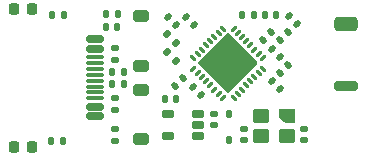
<source format=gtp>
G04 #@! TF.GenerationSoftware,KiCad,Pcbnew,7.0.9*
G04 #@! TF.CreationDate,2024-05-28T21:08:52+09:00*
G04 #@! TF.ProjectId,Geekble_Mini_ESP32C3,4765656b-626c-4655-9f4d-696e695f4553,1*
G04 #@! TF.SameCoordinates,Original*
G04 #@! TF.FileFunction,Paste,Top*
G04 #@! TF.FilePolarity,Positive*
%FSLAX46Y46*%
G04 Gerber Fmt 4.6, Leading zero omitted, Abs format (unit mm)*
G04 Created by KiCad (PCBNEW 7.0.9) date 2024-05-28 21:08:52*
%MOMM*%
%LPD*%
G01*
G04 APERTURE LIST*
G04 Aperture macros list*
%AMRoundRect*
0 Rectangle with rounded corners*
0 $1 Rounding radius*
0 $2 $3 $4 $5 $6 $7 $8 $9 X,Y pos of 4 corners*
0 Add a 4 corners polygon primitive as box body*
4,1,4,$2,$3,$4,$5,$6,$7,$8,$9,$2,$3,0*
0 Add four circle primitives for the rounded corners*
1,1,$1+$1,$2,$3*
1,1,$1+$1,$4,$5*
1,1,$1+$1,$6,$7*
1,1,$1+$1,$8,$9*
0 Add four rect primitives between the rounded corners*
20,1,$1+$1,$2,$3,$4,$5,0*
20,1,$1+$1,$4,$5,$6,$7,0*
20,1,$1+$1,$6,$7,$8,$9,0*
20,1,$1+$1,$8,$9,$2,$3,0*%
%AMFreePoly0*
4,1,18,-1.825000,1.624250,-1.624250,1.825000,1.752000,1.825000,1.779936,1.819443,1.803619,1.803619,1.819443,1.779936,1.825000,1.752000,1.825000,-1.752000,1.819443,-1.779936,1.803619,-1.803619,1.779936,-1.819443,1.752000,-1.825000,-1.752000,-1.825000,-1.779936,-1.819443,-1.803619,-1.803619,-1.819443,-1.779936,-1.825000,-1.752000,-1.825000,1.624250,-1.825000,1.624250,$1*%
%AMFreePoly1*
4,1,48,0.102302,0.599251,0.104640,0.599893,0.131492,0.589767,0.158779,0.580902,0.160203,0.578941,0.162470,0.578087,0.662469,0.178087,0.669924,0.166754,0.680902,0.158779,0.686493,0.141568,0.696437,0.126455,0.695807,0.112903,0.700000,0.100000,0.700000,-0.500000,0.695106,-0.515062,0.695106,-0.530902,0.685796,-0.543715,0.680902,-0.558779,0.668088,-0.568088,0.658779,-0.580902,
0.643715,-0.585796,0.630902,-0.595106,0.615063,-0.595106,0.600000,-0.600000,-0.600000,-0.600000,-0.615063,-0.595106,-0.630902,-0.595106,-0.643715,-0.585796,-0.658779,-0.580902,-0.668088,-0.568088,-0.680902,-0.558779,-0.685796,-0.543715,-0.695106,-0.530902,-0.695106,-0.515062,-0.700000,-0.500000,-0.700000,0.500000,-0.695106,0.515062,-0.695106,0.530902,-0.685796,0.543715,-0.680902,0.558779,
-0.668088,0.568088,-0.658779,0.580902,-0.643715,0.585796,-0.630902,0.595106,-0.615063,0.595106,-0.600000,0.600000,0.100000,0.600000,0.102302,0.599251,0.102302,0.599251,$1*%
G04 Aperture macros list end*
%ADD10RoundRect,0.218750X-0.218750X-0.256250X0.218750X-0.256250X0.218750X0.256250X-0.218750X0.256250X0*%
%ADD11RoundRect,0.140000X-0.140000X-0.170000X0.140000X-0.170000X0.140000X0.170000X-0.140000X0.170000X0*%
%ADD12RoundRect,0.135000X-0.135000X-0.185000X0.135000X-0.185000X0.135000X0.185000X-0.135000X0.185000X0*%
%ADD13RoundRect,0.135000X0.185000X-0.135000X0.185000X0.135000X-0.185000X0.135000X-0.185000X-0.135000X0*%
%ADD14RoundRect,0.140000X-0.219203X-0.021213X-0.021213X-0.219203X0.219203X0.021213X0.021213X0.219203X0*%
%ADD15RoundRect,0.140000X0.021213X-0.219203X0.219203X-0.021213X-0.021213X0.219203X-0.219203X0.021213X0*%
%ADD16RoundRect,0.140000X-0.021213X0.219203X-0.219203X0.021213X0.021213X-0.219203X0.219203X-0.021213X0*%
%ADD17RoundRect,0.150000X-0.500000X0.350000X-0.500000X-0.350000X0.500000X-0.350000X0.500000X0.350000X0*%
%ADD18RoundRect,0.150000X0.500000X-0.350000X0.500000X0.350000X-0.500000X0.350000X-0.500000X-0.350000X0*%
%ADD19RoundRect,0.135000X-0.185000X0.135000X-0.185000X-0.135000X0.185000X-0.135000X0.185000X0.135000X0*%
%ADD20RoundRect,0.100000X-0.194454X-0.159099X-0.159099X-0.194454X0.194454X0.159099X0.159099X0.194454X0*%
%ADD21RoundRect,0.100000X-0.159099X0.194454X-0.194454X0.159099X0.159099X-0.194454X0.194454X-0.159099X0*%
%ADD22FreePoly0,225.000000*%
%ADD23RoundRect,0.140000X-0.170000X0.140000X-0.170000X-0.140000X0.170000X-0.140000X0.170000X0.140000X0*%
%ADD24RoundRect,0.135000X-0.226274X-0.035355X-0.035355X-0.226274X0.226274X0.035355X0.035355X0.226274X0*%
%ADD25RoundRect,0.150000X0.400000X0.150000X-0.400000X0.150000X-0.400000X-0.150000X0.400000X-0.150000X0*%
%ADD26RoundRect,0.300000X-0.700000X0.300000X-0.700000X-0.300000X0.700000X-0.300000X0.700000X0.300000X0*%
%ADD27RoundRect,0.200000X-0.800000X0.200000X-0.800000X-0.200000X0.800000X-0.200000X0.800000X0.200000X0*%
%ADD28RoundRect,0.140000X0.170000X-0.140000X0.170000X0.140000X-0.170000X0.140000X-0.170000X-0.140000X0*%
%ADD29RoundRect,0.125000X-0.125000X0.175000X-0.125000X-0.175000X0.125000X-0.175000X0.125000X0.175000X0*%
%ADD30RoundRect,0.140000X0.140000X0.170000X-0.140000X0.170000X-0.140000X-0.170000X0.140000X-0.170000X0*%
%ADD31RoundRect,0.135000X0.135000X0.185000X-0.135000X0.185000X-0.135000X-0.185000X0.135000X-0.185000X0*%
%ADD32RoundRect,0.140000X0.219203X0.021213X0.021213X0.219203X-0.219203X-0.021213X-0.021213X-0.219203X0*%
%ADD33RoundRect,0.150000X0.575000X-0.150000X0.575000X0.150000X-0.575000X0.150000X-0.575000X-0.150000X0*%
%ADD34RoundRect,0.075000X0.650000X-0.075000X0.650000X0.075000X-0.650000X0.075000X-0.650000X-0.075000X0*%
%ADD35FreePoly1,180.000000*%
%ADD36RoundRect,0.120000X0.580000X0.480000X-0.580000X0.480000X-0.580000X-0.480000X0.580000X-0.480000X0*%
G04 APERTURE END LIST*
D10*
X31438490Y-30268010D03*
X29863490Y-30268010D03*
D11*
X37663990Y-31792010D03*
X38623990Y-31792010D03*
D12*
X37633990Y-30725210D03*
X38653990Y-30725210D03*
D13*
X38397990Y-34588010D03*
X38397990Y-33568010D03*
D14*
X53136691Y-30878599D03*
X53815513Y-31557421D03*
D12*
X38141990Y-35602010D03*
X39161990Y-35602010D03*
X33061990Y-30776010D03*
X34081990Y-30776010D03*
D15*
X43531209Y-36805021D03*
X44210031Y-36126199D03*
D16*
X51601431Y-32214599D03*
X50922609Y-32893421D03*
D17*
X40607790Y-37134210D03*
X40607790Y-41334210D03*
D18*
X40607790Y-35085810D03*
X40607790Y-30885810D03*
D19*
X38397990Y-40426010D03*
X38397990Y-41446010D03*
D20*
X50936102Y-34436832D03*
X50582549Y-34083278D03*
X50228995Y-33729725D03*
X49875442Y-33376171D03*
X49521889Y-33022618D03*
X49168335Y-32669065D03*
X48814782Y-32315511D03*
X48461228Y-31961958D03*
D21*
X47541990Y-31961958D03*
X47188436Y-32315511D03*
X46834883Y-32669065D03*
X46481329Y-33022618D03*
X46127776Y-33376171D03*
X45774223Y-33729725D03*
X45420669Y-34083278D03*
X45067116Y-34436832D03*
D20*
X45067116Y-35356070D03*
X45420669Y-35709624D03*
X45774223Y-36063177D03*
X46127776Y-36416731D03*
X46481329Y-36770284D03*
X46834883Y-37123837D03*
X47188436Y-37477391D03*
X47541990Y-37830944D03*
D21*
X48461228Y-37830944D03*
X48814782Y-37477391D03*
X49168335Y-37123837D03*
X49521889Y-36770284D03*
X49875442Y-36416731D03*
X50228995Y-36063177D03*
X50582549Y-35709624D03*
X50936102Y-35356070D03*
D22*
X48001609Y-34896451D03*
D16*
X53100031Y-35059399D03*
X52421209Y-35738221D03*
X53095102Y-32277832D03*
X52416280Y-32956654D03*
D23*
X49319990Y-40456010D03*
X49319990Y-41416010D03*
D12*
X38141990Y-36668810D03*
X39161990Y-36668810D03*
D24*
X42863366Y-32447386D03*
X43584614Y-33168634D03*
D25*
X45491890Y-41049421D03*
X45491890Y-40099421D03*
X45491890Y-39149421D03*
X42891890Y-39149421D03*
X42891890Y-41049421D03*
D26*
X57955990Y-31557421D03*
D27*
X57955990Y-36857421D03*
D28*
X54399990Y-41416010D03*
X54399990Y-40456010D03*
D29*
X48049990Y-41401010D03*
X48049990Y-39201010D03*
D11*
X51125990Y-30776010D03*
X52085990Y-30776010D03*
D30*
X43609200Y-37896800D03*
X42649200Y-37896800D03*
D11*
X49195590Y-30776010D03*
X50155590Y-30776010D03*
D14*
X44408579Y-30944599D03*
X45087401Y-31623421D03*
D31*
X34055193Y-41444010D03*
X33035193Y-41444010D03*
D28*
X46779990Y-40146010D03*
X46779990Y-39186010D03*
D32*
X52383902Y-34346676D03*
X51705080Y-33667854D03*
D24*
X42863366Y-33971386D03*
X43584614Y-34692634D03*
D32*
X52388831Y-37109821D03*
X51710009Y-36430999D03*
D33*
X36739690Y-32860010D03*
X36739690Y-33660010D03*
D34*
X36739690Y-34860010D03*
X36739690Y-35860010D03*
X36739690Y-36360010D03*
X36739690Y-37360010D03*
D33*
X36739690Y-39360010D03*
X36739690Y-38560010D03*
D34*
X36739690Y-37860010D03*
X36739690Y-36860010D03*
X36739690Y-35360010D03*
X36739690Y-34360010D03*
D35*
X52959990Y-39324010D03*
D36*
X50759990Y-39324010D03*
X50759990Y-41024010D03*
X52959990Y-41024010D03*
D19*
X38397990Y-37860010D03*
X38397990Y-38880010D03*
D32*
X45667042Y-37550832D03*
X44988220Y-36872010D03*
D10*
X31438490Y-41952010D03*
X29863490Y-41952010D03*
D14*
X42884579Y-30944599D03*
X43563401Y-31623421D03*
M02*

</source>
